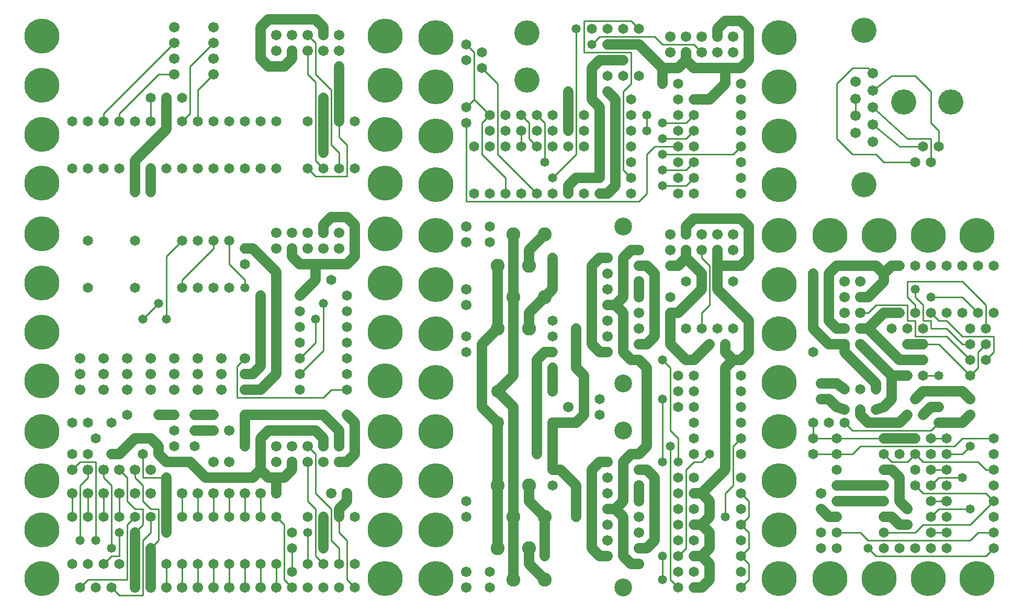
<source format=gbl>
%MOIN*%
%FSLAX25Y25*%
G04 D10 used for Character Trace; *
G04     Circle (OD=.01000) (No hole)*
G04 D11 used for Power Trace; *
G04     Circle (OD=.06500) (No hole)*
G04 D12 used for Signal Trace; *
G04     Circle (OD=.01100) (No hole)*
G04 D13 used for Via; *
G04     Circle (OD=.05800) (Round. Hole ID=.02800)*
G04 D14 used for Component hole; *
G04     Circle (OD=.06500) (Round. Hole ID=.03500)*
G04 D15 used for Component hole; *
G04     Circle (OD=.06700) (Round. Hole ID=.04300)*
G04 D16 used for Component hole; *
G04     Circle (OD=.08100) (Round. Hole ID=.05100)*
G04 D17 used for Component hole; *
G04     Circle (OD=.08900) (Round. Hole ID=.05900)*
G04 D18 used for Component hole; *
G04     Circle (OD=.11300) (Round. Hole ID=.08300)*
G04 D19 used for Component hole; *
G04     Circle (OD=.16000) (Round. Hole ID=.13000)*
G04 D20 used for Component hole; *
G04     Circle (OD=.18300) (Round. Hole ID=.15300)*
G04 D21 used for Component hole; *
G04     Circle (OD=.22291) (Round. Hole ID=.19291)*
%ADD10C,.01000*%
%ADD11C,.06500*%
%ADD12C,.01100*%
%ADD13C,.05800*%
%ADD14C,.06500*%
%ADD15C,.06700*%
%ADD16C,.08100*%
%ADD17C,.08900*%
%ADD18C,.11300*%
%ADD19C,.16000*%
%ADD20C,.18300*%
%ADD21C,.22291*%
%IPPOS*%
%LPD*%
G90*X0Y0D02*D21*X15625Y15625D03*D14*              
X35000Y25000D03*D13*X40000Y40000D03*D12*Y75000D01*
X45000Y80000D01*Y85000D01*D15*D03*D12*            
X40000Y90000D02*X50000D01*X35000Y85000D02*        
X40000Y90000D01*D15*X35000Y85000D03*D14*          
X45000Y95000D03*X35000D03*D15*Y70000D03*D12*      
Y55000D01*D14*D03*X45000D03*D12*Y70000D01*D15*D03*
D12*X55000Y85000D02*Y80000D01*D15*Y85000D03*D12*  
X50000Y90000D02*Y40000D01*D13*D03*D12*            
X55000Y25000D02*X60000Y30000D01*D14*              
X55000Y25000D03*D12*X60000Y30000D02*X65000D01*    
Y45000D01*D13*D03*D12*X70000Y50000D02*Y15000D01*  
X45000D01*X40000Y10000D01*D14*D03*X50000D03*      
X45000Y25000D03*X60000Y10000D03*D12*              
X65000Y5000D01*X80000D01*Y40000D01*               
X85000Y45000D01*Y55000D01*D14*D03*D12*Y60000D02*  
X90000D01*X80000Y65000D02*X85000Y60000D01*        
X80000Y75000D02*Y65000D01*X75000Y80000D02*        
X80000Y75000D01*X75000Y85000D02*Y80000D01*D15*    
Y85000D03*D12*X80000Y95000D02*Y80000D01*D14*      
Y95000D03*D11*X75000Y105000D02*X85000D01*         
X65000Y95000D02*X75000Y105000D01*X60000Y95000D02* 
X65000D01*D14*X60000D03*X50000Y105000D03*D15*     
X65000Y85000D03*D12*X70000Y80000D01*Y65000D01*    
X75000Y60000D01*X80000D01*Y50000D01*              
X75000Y45000D01*D13*D03*D11*Y25000D01*D14*D03*D11*
Y10000D01*D15*D03*X85000D03*D11*Y25000D01*D14*D03*
D11*Y35000D01*D13*D03*D12*X90000Y40000D01*        
Y60000D01*D14*X95000Y55000D03*D11*Y70000D01*D15*  
D03*D11*Y80000D01*D14*D03*D12*X80000D01*D15*      
X85000Y85000D03*X75000Y70000D03*X85000D03*D11*    
X90000Y100000D02*Y95000D01*X85000Y105000D02*      
X90000Y100000D01*Y95000D02*X95000Y90000D01*       
X110000D01*X120000Y80000D01*X150000D01*           
X155000Y85000D01*Y105000D01*X160000Y110000D01*    
X190000D01*X195000Y105000D01*Y100000D01*D15*D03*  
D12*X185000D02*X190000Y95000D01*D15*              
X185000Y100000D03*D12*X190000Y95000D02*Y70000D01* 
X200000Y60000D01*Y40000D01*X205000Y35000D01*      
Y25000D01*D14*D03*D13*X195000Y35000D03*D11*       
Y55000D01*D14*D03*D12*X185000Y65000D02*           
X190000Y60000D01*X185000Y90000D02*Y65000D01*D15*  
Y90000D03*X175000Y100000D03*X195000Y90000D03*     
X175000D03*D11*Y85000D01*X170000Y80000D01*        
X165000D01*X160000D01*X155000Y85000D01*           
X165000Y80000D02*Y70000D01*D15*D03*X155000D03*D12*
Y55000D01*D14*D03*X165000D03*D12*X170000Y50000D01*
Y15000D01*X175000Y10000D01*D14*D03*X185000D03*    
X175000Y20000D03*D12*Y35000D01*D14*D03*           
X185000Y25000D03*D12*Y45000D01*D13*D03*D14*       
Y55000D03*X175000Y45000D03*D12*X190000Y60000D02*  
Y30000D01*X195000Y25000D01*D14*D03*D12*           
X205000Y45000D02*X210000Y40000D01*                
X205000Y55000D02*Y45000D01*D14*Y55000D03*D11*     
Y60000D01*X210000Y65000D01*Y70000D01*D15*D03*     
X200000D03*D14*X215000Y55000D03*D11*              
X205000Y90000D02*X210000D01*D15*X205000D03*D11*   
X210000D02*X215000Y95000D01*Y115000D01*           
X210000Y120000D01*D13*D03*D11*X195000D02*         
X205000Y110000D01*X145000Y120000D02*X195000D01*   
D14*X145000D03*D11*Y100000D01*D13*D03*D15*        
X135000Y110000D03*Y90000D03*D14*X125000Y120000D03*
D11*X113000D01*D14*D03*X100000Y110000D03*         
Y120000D03*D11*X90000D01*D14*D03*                 
X113000Y100000D03*Y110000D03*D11*X125000D01*D15*  
D03*Y90000D03*D14*X100000Y100000D03*D15*          
X165000Y90000D03*X105000Y70000D03*D12*Y55000D01*  
D14*D03*D13*X95000Y45000D03*D11*Y55000D01*D14*    
X115000D03*D12*Y70000D01*D15*D03*X125000D03*D12*  
Y55000D01*D14*D03*X135000D03*D12*Y70000D01*D15*   
D03*X145000D03*D12*Y55000D01*D14*D03*             
X115000Y25000D03*D12*Y10000D01*D15*D03*X125000D03*
D12*Y25000D01*D14*D03*X135000D03*D12*Y10000D01*   
D15*D03*X145000D03*D12*Y25000D01*D14*D03*         
X155000D03*D12*Y10000D01*D15*D03*X165000D03*D12*  
Y25000D01*D14*D03*X195000Y10000D03*X205000D03*D12*
X210000Y40000D02*Y15000D01*D14*X215000Y25000D03*  
D21*X234375Y15625D03*D12*X210000Y15000D02*        
X215000Y10000D01*D14*D03*D21*X234375Y46875D03*    
Y78125D03*D15*X205000Y100000D03*D11*Y110000D01*   
D21*X234375Y109375D03*D15*X165000Y100000D03*      
X105000Y10000D03*D12*Y25000D01*D14*D03*X95000D03* 
D12*Y10000D01*D15*D03*D14*X65000Y25000D03*D13*    
X60000Y35000D03*D12*Y75000D01*X55000Y80000D01*D15*
X65000Y70000D03*D12*Y55000D01*D14*D03*D12*        
X70000Y50000D02*X75000Y55000D01*D14*D03*D15*      
X55000Y70000D03*D12*Y55000D01*D14*D03*D21*        
X15625Y78125D03*Y46875D03*Y109375D03*D14*         
X60000Y115000D03*X45000D03*X35000D03*             
X70000Y120000D03*G90*X0Y1000D02*D15*              
X130000Y136000D03*X115000D03*X100000D03*X85000D03*
X70000D03*X55000D03*X40000D03*D21*                
X15625Y141625D03*D12*X140000Y151000D02*Y131000D01*
Y151000D02*X145000Y156000D01*D15*D03*D11*         
X150000Y146000D02*X155000Y151000D01*              
X145000Y146000D02*X150000D01*D15*X145000D03*D11*  
Y136000D02*X155000D01*D15*X145000D03*D12*         
X140000Y131000D02*X195000D01*X200000Y136000D01*   
X210000D01*D14*D03*Y146000D03*Y156000D03*D21*     
X234375Y141625D03*D12*X180000Y146000D02*          
X195000Y161000D01*D14*X180000Y146000D03*          
Y156000D03*D12*X190000Y166000D01*Y181000D01*D13*  
D03*X195000Y191000D03*D12*Y161000D01*D14*         
X210000Y176000D03*X180000D03*Y166000D03*          
X210000D03*Y186000D03*X180000Y136000D03*          
Y186000D03*D11*X155000Y136000D02*                 
X165000Y146000D01*Y211000D01*X150000Y226000D01*   
X145000D01*D14*D03*D12*X135000Y231000D02*         
Y216000D01*D14*Y231000D03*X125000D03*D12*         
Y226000D01*X105000Y206000D01*Y201000D01*D14*D03*  
X115000D03*D13*X90000Y191000D03*D12*              
X80000Y181000D01*D13*D03*X95000D03*D12*Y221000D01*
X105000Y231000D01*D14*D03*X115000D03*             
X135000Y201000D03*X75000D03*D12*X135000Y216000D02*
X145000Y206000D01*Y201000D01*D13*D03*             
X155000Y196000D03*D11*Y151000D01*D15*             
X130000Y156000D03*Y146000D03*X115000Y156000D03*   
Y146000D03*D14*X180000Y196000D03*D11*             
X190000Y206000D01*D14*D03*D11*Y216000D01*         
X180000D01*X175000Y221000D01*Y226000D01*D15*D03*  
X185000Y236000D03*X165000D03*X185000Y226000D03*   
X175000Y236000D03*X165000Y226000D03*D11*          
X190000Y216000D02*X210000D01*X215000Y221000D01*   
Y241000D01*X210000Y246000D01*X200000D01*          
X195000Y241000D01*Y236000D01*D15*D03*             
X205000Y226000D03*Y236000D03*X195000Y226000D03*   
D14*X200000Y206000D03*D21*X234375Y204125D03*      
Y235375D03*D14*X210000Y196000D03*                 
X145000Y216000D03*D21*X234375Y172875D03*D14*      
X125000Y201000D03*D15*X100000Y156000D03*          
Y146000D03*X85000Y156000D03*Y146000D03*D14*       
X75000Y231000D03*D15*X70000Y156000D03*Y146000D03* 
X55000Y156000D03*Y146000D03*D14*X45000Y231000D03* 
Y201000D03*D15*X40000Y156000D03*Y146000D03*D21*   
X15625Y235375D03*Y204125D03*Y172875D03*G90*       
X0Y2000D02*D14*X85000Y262000D03*D11*Y277000D01*   
D14*D03*D11*X75000Y282000D02*Y277000D01*D14*D03*  
D11*Y262000D01*D14*D03*X65000Y277000D03*X55000D03*
D11*X75000Y282000D02*X95000Y302000D01*Y307000D01* 
D14*D03*D11*Y322000D01*D14*D03*X105000D03*        
X85000D03*D12*Y307000D01*D14*D03*X75000D03*D12*   
X65000Y312000D02*Y307000D01*D14*D03*D12*          
Y312000D02*X90000Y337000D01*X100000D01*D15*D03*   
Y347000D03*D12*X110000Y342000D02*Y312000D01*      
X105000Y307000D01*D14*D03*X115000D03*D12*         
Y327000D01*X125000Y337000D01*D15*D03*Y347000D03*  
D12*X110000Y342000D02*X125000Y357000D01*D15*D03*  
Y367000D03*X100000D03*Y357000D03*D12*             
X55000Y312000D01*Y307000D01*D14*D03*X45000D03*    
X35000D03*Y277000D03*X45000D03*D21*               
X15625Y267625D03*D14*X95000Y277000D03*D21*        
X15625Y330125D03*Y298875D03*D14*X105000Y277000D03*
D21*X15625Y361375D03*D14*X115000Y277000D03*       
X125000D03*Y307000D03*X135000Y277000D03*          
Y307000D03*X145000Y277000D03*Y307000D03*          
X155000Y277000D03*Y307000D03*D11*Y367000D02*      
Y347000D01*Y367000D02*X160000Y372000D01*          
X190000D01*X195000Y367000D01*Y362000D01*D15*D03*  
D12*X185000D02*X190000Y357000D01*D15*             
X185000Y362000D03*D12*X190000Y357000D02*          
Y337000D01*X200000Y327000D01*Y292000D01*          
X205000Y287000D01*Y277000D01*D14*D03*D12*         
X190000Y272000D02*X210000D01*X185000Y277000D02*   
X190000Y272000D01*D14*X185000Y277000D03*D12*      
X190000Y332000D02*Y282000D01*X185000Y337000D02*   
X190000Y332000D01*X185000Y352000D02*Y337000D01*   
D15*Y352000D03*X175000Y362000D03*                 
X195000Y352000D03*X175000D03*D11*Y347000D01*      
X170000Y342000D01*X160000D01*X155000Y347000D01*   
D15*X165000Y352000D03*Y362000D03*D14*             
X195000Y307000D03*D11*Y322000D01*D14*D03*         
X205000D03*D11*Y342000D01*D13*D03*D15*Y352000D03* 
Y362000D03*D11*Y322000D02*Y307000D01*D14*D03*D12* 
Y297000D01*X210000Y292000D01*Y272000D01*D14*      
X215000Y277000D03*D13*X195000Y287000D03*D11*      
Y307000D01*D14*X185000D03*X215000D03*D12*         
X190000Y282000D02*X195000Y277000D01*D14*D03*      
X165000Y307000D03*Y277000D03*D21*                 
X234375Y267625D03*Y298875D03*Y330125D03*          
Y361375D03*G90*X1000Y0D02*X266625Y15625D03*       
Y46875D03*Y78125D03*Y109375D03*Y140625D03*        
Y171875D03*Y203125D03*Y234375D03*D15*             
X286000Y10000D03*Y20000D03*D14*Y55000D03*         
Y65000D03*Y160000D03*Y170000D03*D15*Y190000D03*   
Y200000D03*Y230000D03*Y240000D03*D11*             
X296000Y165000D02*Y125000D01*Y165000D02*          
X306000Y175000D01*D17*D03*D11*Y215000D01*D17*D03* 
D14*X301000Y230000D03*D17*X316000Y235000D03*D11*  
Y195000D01*D17*D03*D11*Y145000D01*                
X306000Y135000D01*D16*D03*D11*X316000Y125000D01*  
Y55000D01*D17*D03*D11*Y15000D01*D17*D03*D11*      
X326000Y35000D02*Y25000D01*D17*Y35000D03*D13*     
X336000Y30000D03*D11*Y55000D01*D17*D03*D11*       
X326000Y65000D01*Y75000D01*D17*D03*D14*X341000D03*
Y85000D03*D11*Y95000D01*D14*D03*D11*Y115000D01*   
D15*D03*D11*X356000D01*X361000Y120000D01*D14*D03* 
D11*Y130000D01*D14*D03*D11*Y145000D01*            
X356000Y150000D01*Y175000D01*D13*D03*D11*         
X366000Y215000D02*Y165000D01*Y215000D02*          
X371000Y220000D01*X376000D01*D15*D03*D11*         
X386000D02*Y195000D01*X381000Y190000D01*          
X376000D01*D15*D03*D11*X381000D02*                
X386000Y185000D01*Y160000D01*X391000Y155000D01*   
X396000D01*D15*D03*D11*X401000Y150000D01*         
Y125000D01*D13*D03*D11*Y100000D01*                
X396000Y95000D01*D15*D03*D11*X391000D01*          
X386000Y90000D01*Y65000D01*X381000Y60000D01*      
X376000D01*D15*D03*D11*X381000D02*                
X386000Y55000D01*Y30000D01*X391000Y25000D01*      
X396000D01*D15*D03*D11*Y35000D02*X401000D01*D15*  
X396000D03*D11*X401000D02*X406000Y40000D01*       
Y80000D01*X401000Y85000D01*X396000D01*D15*D03*    
Y75000D03*D11*Y65000D01*D15*D03*Y55000D03*        
X376000Y80000D03*Y70000D03*X396000Y45000D03*      
X376000Y50000D03*D14*X421000Y40000D03*D13*        
Y90000D03*D12*Y105000D01*X416000Y110000D01*       
Y150000D01*X411000Y155000D01*D13*D03*D14*         
X421000Y145000D03*D11*X396000Y165000D02*          
X401000D01*D15*X396000D03*D11*X401000D02*         
X406000Y170000D01*Y210000D01*X401000Y215000D01*   
X396000D01*D15*D03*D11*X386000Y220000D02*         
X391000Y225000D01*X396000D01*D15*D03*D18*         
X386000Y240000D03*D13*X416000Y215000D03*D11*      
X421000D01*X426000Y220000D01*Y225000D01*D15*D03*  
D11*Y220000D02*X436000Y210000D01*Y205000D01*D14*  
D03*D11*Y200000D01*X421000Y185000D01*X416000D01*  
D14*D03*D11*Y165000D01*X426000Y155000D01*         
X431000D01*D14*D03*D11*X441000Y165000D01*D14*D03* 
D11*X451000D02*Y160000D01*D14*Y165000D03*D11*     
Y160000D02*X456000Y155000D01*X451000Y150000D01*   
Y85000D01*X436000Y70000D01*X431000D01*D14*D03*D11*
X436000D02*X441000Y65000D01*Y55000D01*            
X436000Y50000D01*X431000D01*D14*D03*D11*          
X436000D02*X441000Y45000D01*Y35000D01*            
X436000Y30000D01*X431000D01*D14*D03*D12*          
X421000D02*X426000Y35000D01*D14*X421000Y30000D03* 
D12*X426000Y85000D02*Y35000D01*Y85000D02*         
X431000Y90000D01*X436000D01*X441000Y95000D01*D13* 
D03*D14*X431000Y105000D03*Y95000D03*Y80000D03*D12*
X456000Y100000D02*Y75000D01*X451000Y70000D01*     
Y55000D01*D13*D03*D14*X461000Y50000D03*D12*       
X466000Y45000D01*Y35000D01*X461000Y30000D01*D14*  
D03*D12*X466000Y25000D01*Y15000D01*               
X461000Y10000D01*D14*D03*Y20000D03*D11*           
X436000Y30000D02*X441000Y25000D01*Y15000D01*      
X436000Y10000D01*X431000D01*D14*D03*              
X421000Y20000D03*X431000D03*X421000Y10000D03*D12* 
X416000Y15000D01*Y100000D01*D13*D03*              
X411000Y90000D03*D12*Y130000D01*D13*D03*D14*      
X421000Y125000D03*Y135000D03*X431000Y115000D03*   
Y125000D03*Y135000D03*Y145000D03*D18*             
X386000Y140000D03*Y110000D03*D15*                 
X376000Y160000D03*D11*X371000D01*                 
X366000Y165000D01*D15*X376000Y170000D03*          
Y180000D03*D14*X341000D03*Y170000D03*Y160000D03*  
D11*X336000D01*X331000Y155000D01*Y125000D01*D13*  
D03*D11*Y95000D01*D14*D03*D11*X341000Y85000D02*   
X346000D01*X356000Y75000D01*Y55000D01*D13*D03*D15*
X376000Y40000D03*D11*X366000Y85000D02*Y35000D01*  
Y85000D02*X371000Y90000D01*X376000D01*D15*D03*D14*
X371000Y120000D03*D15*X351000Y125000D03*D14*      
X371000Y130000D03*X421000Y50000D03*Y60000D03*     
Y70000D03*Y80000D03*D15*X341000Y135000D03*D11*    
Y150000D01*D14*D03*D17*X326000Y175000D03*D11*     
Y185000D01*X336000Y195000D01*D17*D03*D11*         
X341000Y200000D01*Y220000D01*D13*D03*D11*         
X326000Y225000D02*Y215000D01*D17*D03*D11*         
Y225000D02*X336000Y235000D01*D17*D03*D14*         
X301000Y240000D03*D15*X376000Y200000D03*          
Y210000D03*X396000Y175000D03*Y185000D03*          
Y195000D03*D11*Y205000D01*D15*D03*                
X416000Y225000D03*D14*Y195000D03*                 
X426000Y175000D03*D15*Y235000D03*D11*Y240000D01*  
X431000Y245000D01*X461000D01*X466000Y240000D01*   
Y220000D01*X461000Y215000D01*X446000D01*          
Y225000D01*D15*D03*X456000Y235000D03*X436000D03*  
D12*Y220000D02*X441000Y215000D01*                 
X436000Y225000D02*Y220000D01*D15*Y225000D03*D11*  
X446000Y215000D02*Y205000D01*D14*D03*D11*         
Y200000D01*X466000Y180000D01*Y160000D01*          
X461000Y155000D01*D14*D03*D11*X456000D01*D14*     
X461000Y145000D03*X436000Y175000D03*D12*          
Y185000D01*X441000Y190000D01*Y215000D01*D14*      
X456000Y205000D03*D15*Y225000D03*D14*             
X426000Y205000D03*D15*X446000Y235000D03*          
X416000D03*D14*X446000Y175000D03*X456000D03*D21*  
X485375Y171875D03*Y203125D03*Y234375D03*          
Y140625D03*D14*X461000Y135000D03*Y125000D03*      
Y115000D03*D21*X485375Y109375D03*D14*             
X461000Y105000D03*D12*X456000Y100000D01*D14*      
X461000Y95000D03*Y80000D03*D21*X485375Y78125D03*  
D14*X461000Y70000D03*D12*X466000Y65000D01*        
Y55000D01*X461000Y50000D01*D14*Y60000D03*         
Y40000D03*D21*X485375Y46875D03*D14*               
X431000Y60000D03*Y40000D03*D21*X485375Y15625D03*  
D13*X411000Y30000D03*D12*Y15000D01*D13*D03*D18*   
X386000Y10000D03*D15*X376000Y30000D03*D11*        
X371000D01*X366000Y35000D01*D17*X336000Y15000D03* 
D11*X326000Y25000D01*D17*X306000Y35000D03*D11*    
Y75000D01*D17*D03*D11*Y115000D01*D16*D03*D11*     
X296000Y125000D01*D14*X301000Y20000D03*Y10000D03* 
G90*X1000Y1000D02*D21*X266625Y266625D03*D12*      
X286000Y306000D02*Y256000D01*D14*Y306000D03*D12*  
X296000D02*Y286000D01*X311000Y271000D01*          
Y261000D01*D14*D03*X321000D03*X301000D03*         
X331000D03*D12*X306000Y286000D01*Y331000D01*      
X296000Y341000D01*D14*D03*X286000Y346000D03*      
X296000Y351000D03*D12*X286000Y356000D02*          
X291000Y351000D01*D14*X286000Y356000D03*D12*      
X291000Y351000D02*Y321000D01*X286000Y316000D01*   
D14*D03*D12*X291000Y321000D02*X301000Y311000D01*  
D14*D03*D12*X296000Y306000D01*D14*                
X301000Y301000D03*X311000Y291000D03*Y301000D03*   
X291000Y291000D03*X311000Y311000D03*              
X301000Y291000D03*X321000D03*D12*Y301000D01*D14*  
D03*D12*X326000Y306000D02*Y296000D01*             
X321000Y311000D02*X326000Y306000D01*D14*          
X321000Y311000D03*X331000Y301000D03*Y311000D03*   
D12*X336000Y306000D01*Y281000D01*D13*D03*D14*     
X341000Y291000D03*X331000D03*D12*                 
X326000Y296000D01*D14*X341000Y311000D03*          
Y301000D03*X351000Y291000D03*Y301000D03*D11*      
Y311000D01*D14*D03*D11*Y326000D01*D13*D03*D11*    
X366000Y341000D02*Y336000D01*D14*D03*D11*         
Y326000D01*D14*D03*D11*Y321000D01*                
X371000Y316000D01*Y271000D01*D14*D03*D11*         
X356000D01*X351000Y266000D01*Y261000D01*D14*D03*  
D13*X341000Y271000D03*D12*X356000Y286000D01*      
Y366000D01*D13*D03*D12*X361000Y371000D02*         
Y351000D01*X391000D01*Y331000D01*                 
X386000Y326000D01*Y276000D01*X391000Y271000D01*   
D14*D03*D12*X396000Y256000D02*X401000Y261000D01*  
X286000Y256000D02*X396000D01*D14*                 
X291000Y261000D03*D21*X266625Y297875D03*D14*      
X341000Y261000D03*X361000D03*D21*                 
X266625Y329125D03*D14*X361000Y291000D03*          
Y301000D03*Y311000D03*D19*X324500Y333500D03*D11*  
X366000Y341000D02*X371000Y346000D01*X386000D01*   
D13*D03*D14*X396000Y336000D03*D11*                
X376000Y356000D02*X396000D01*D13*X376000D03*D12*  
X366000D02*X371000Y361000D01*D13*                 
X366000Y356000D03*D12*X371000Y361000D02*          
X406000D01*X411000Y356000D01*X431000D01*          
X436000Y351000D01*D15*D03*X446000Y361000D03*D11*  
Y366000D01*X451000Y371000D01*X461000D01*          
X466000Y366000D01*Y346000D01*X461000Y341000D01*   
X451000D01*X431000D01*X426000Y346000D01*          
X421000Y341000D01*X411000D01*X396000Y356000D01*   
D14*X386000Y366000D03*X396000D03*D12*             
X391000Y371000D01*X361000D01*D14*                 
X366000Y366000D03*X376000D03*D19*                 
X324500Y363500D03*D14*X376000Y336000D03*          
X386000D03*X376000Y326000D03*D11*                 
X381000Y321000D01*Y266000D01*X376000Y261000D01*   
X371000D01*D14*D03*X391000Y281000D03*Y261000D03*  
Y291000D03*D12*X401000Y286000D02*Y261000D01*      
Y286000D02*X406000Y291000D01*X421000D01*D14*D03*  
D12*X411000Y296000D02*X426000D01*D13*X411000D03*  
X401000Y301000D03*D12*Y311000D01*D13*D03*D14*     
X391000Y321000D03*Y301000D03*D13*                 
X411000Y306000D03*D12*X426000D01*                 
X431000Y311000D01*D14*D03*D11*Y321000D02*         
X441000D01*D14*X431000D03*X421000Y331000D03*      
Y311000D03*D11*X441000Y321000D02*                 
X451000Y331000D01*D14*D03*D11*Y341000D01*D14*     
X461000Y331000D03*D15*X456000Y351000D03*          
X446000D03*X456000Y361000D03*D14*                 
X461000Y321000D03*D15*X436000Y361000D03*          
X426000D03*Y351000D03*D11*Y346000D01*D15*         
X416000Y351000D03*D14*X411000Y331000D03*D11*      
Y341000D01*D15*X416000Y361000D03*D14*             
X421000Y321000D03*X391000Y311000D03*              
X421000Y301000D03*X431000D03*D12*                 
X426000Y296000D01*D14*X431000Y291000D03*          
X421000Y281000D03*X431000D03*D12*                 
X426000Y276000D01*X411000D01*D13*D03*D14*         
X421000Y271000D03*D13*X411000Y286000D03*D12*      
X456000D01*X461000Y291000D01*D14*D03*Y301000D03*  
Y281000D03*Y311000D03*Y271000D03*D21*             
X485375Y266625D03*Y297875D03*D14*                 
X431000Y261000D03*X461000D03*X431000Y271000D03*   
D12*X426000Y266000D01*X411000D01*D13*D03*D14*     
X421000Y261000D03*D21*X485375Y329125D03*          
Y360375D03*X266625D03*G90*X2000Y0D02*D14*         
X507000Y95000D03*D12*X522000D01*D14*D03*D12*      
X532000D01*X537000Y100000D01*X597000D01*          
X602000Y105000D01*X622000D01*D14*D03*Y95000D03*   
D15*X607000Y120000D03*D11*X602000Y115000D01*      
X587000D01*D14*D03*D12*X582000Y110000D01*         
X532000D01*X527000Y115000D01*D14*D03*             
X537000Y123500D03*D11*Y120000D01*                 
X542000Y115000D01*X562000D01*X567000Y120000D01*   
D14*D03*D11*X552000Y125000D02*X557000Y130000D01*  
X547000Y123500D02*X552000Y125000D01*D14*          
X547000Y123500D03*X537000Y136500D03*X547000D03*   
D11*Y140000D01*X527000Y160000D01*Y165000D01*D15*  
D03*D11*X517000D01*X507000Y175000D01*Y210000D01*  
D13*D03*D11*X517000Y180000D02*Y210000D01*         
X522000Y175000D02*X517000Y180000D01*              
X522000Y175000D02*X527000D01*D15*D03*             
X537000Y165000D03*D11*X557000Y145000D01*          
Y130000D01*D14*X567000Y145000D03*D11*X557000D01*  
D14*X567000Y155000D03*D11*X562000D01*             
X542000Y175000D01*X537000D01*D15*D03*D11*         
X542000D02*X552000Y185000D01*X562000D01*D14*D03*  
D12*X567000Y180000D02*X572000D01*Y170000D01*      
X592000D01*X607000Y155000D01*D14*D03*D12*         
Y145000D02*X612000Y150000D01*D14*                 
X607000Y145000D03*D12*X587000Y165000D01*          
X577000D01*D14*D03*D11*X567000D01*D14*D03*        
X577000Y155000D03*D11*X567000D01*D14*             
X577000Y145000D03*D12*X587000D01*D13*D03*D11*     
X572000Y130000D02*X577000Y135000D01*D14*          
X572000Y130000D03*D11*X577000Y135000D02*          
X587000D01*D14*D03*D11*X602000D01*                
X607000Y130000D01*D15*D03*D12*X612000Y150000D02*  
Y160000D01*X617000Y165000D01*D14*D03*D12*         
Y155000D02*X622000Y160000D01*D14*                 
X617000Y155000D03*D12*X622000Y160000D02*          
Y170000D01*X602000D01*X592000Y180000D01*          
X587000D01*X582000Y185000D01*D14*D03*D12*         
X577000Y180000D02*Y190000D01*Y180000D02*          
X582000D01*Y175000D01*X592000D01*                 
X602000Y165000D01*X607000D01*D14*D03*             
X617000Y175000D03*D12*Y190000D01*                 
X602000Y205000D01*X567000D01*Y195000D01*          
X572000Y190000D01*Y185000D01*D14*D03*D12*         
X577000Y190000D02*X572000Y195000D01*Y200000D01*   
D13*D03*X582000Y195000D03*D12*X602000D01*         
X612000Y185000D01*D14*D03*X607000Y175000D03*      
X622000Y185000D03*X602000D03*X592000D03*          
X582000Y215000D03*X622000D03*X612000D03*          
X602000D03*X592000D03*X577000Y175000D03*          
X572000Y215000D03*D12*X567000Y180000D02*          
Y190000D01*D14*Y175000D03*D12*X547000Y190000D02*  
X567000D01*X542000Y185000D02*X547000Y190000D01*   
X537000Y185000D02*X542000D01*D15*X537000D03*      
X527000Y195000D03*D11*X537000D02*X542000D01*D15*  
X537000D03*D11*X542000D02*X552000Y205000D01*      
Y210000D01*X557000Y215000D01*X562000D01*D14*D03*  
D11*X552000Y210000D02*X547000Y215000D01*          
X522000D01*X517000Y210000D01*D15*                 
X527000Y205000D03*X537000D03*D21*                 
X517625Y234375D03*D15*X527000Y185000D03*D21*      
X548875Y234375D03*D14*X557000Y175000D03*          
X507000Y160000D03*D21*X580125Y234375D03*D15*      
X512000Y140000D03*D11*X522000D01*                 
X527000Y136500D01*D14*D03*D11*X522000Y125000D02*  
X527000Y123500D01*D14*D03*D11*X522000Y125000D02*  
X517000Y130000D01*X512000D01*D15*D03*D14*         
X507000Y115000D03*D12*Y105000D01*D14*D03*D12*     
X522000D01*D14*D03*D12*X552000D01*D14*D03*D11*    
X562000D01*D14*D03*D11*X572000D01*D14*D03*        
X582000Y95000D03*X562000D03*X582000Y105000D03*D12*
X592000D01*D14*D03*D12*Y95000D02*X602000D01*D14*  
X592000D03*X582000Y85000D03*D12*X592000D01*D14*   
D03*D12*X582000Y75000D02*X587000Y80000D01*D14*    
X582000Y75000D03*D12*X587000Y80000D02*X602000D01* 
D13*D03*D12*X617000Y85000D02*X612000Y90000D01*    
X617000Y85000D02*X622000D01*D14*D03*D12*          
X577000Y90000D02*X612000D01*X577000D02*           
X572000Y95000D01*D14*D03*D12*X567000Y90000D01*    
X557000D01*X552000Y95000D01*D14*D03*Y85000D03*D11*
X557000D01*X562000Y80000D01*Y65000D01*            
X567000Y60000D01*D15*D03*D12*X572000Y45000D02*    
X577000Y50000D01*X552000Y45000D02*X572000D01*D14* 
X552000D03*X562000Y35000D03*D13*X542000D03*D12*   
X547000Y30000D01*X617000D01*X622000Y35000D01*D14* 
D03*D12*X607000Y40000D02*X612000Y45000D01*        
X542000Y40000D02*X607000D01*X542000D02*           
X537000Y45000D01*X522000D01*D14*D03*              
X512000Y35000D03*X522000Y55000D03*D11*X517000D01* 
X512000Y60000D01*D15*D03*D12*X517000Y55000D01*D14*
X522000Y65000D03*D11*X552000D01*D14*D03*D13*      
X542000Y75000D03*D11*X522000D01*D14*D03*Y85000D03*
D15*X512000Y70000D03*D11*X542000Y75000D02*        
X552000D01*D14*D03*X572000D03*D12*                
X577000Y70000D01*X617000D01*X622000Y65000D01*D14* 
D03*D12*X607000Y50000D01*X577000D01*D14*          
X582000Y45000D03*D12*X592000D01*D14*D03*          
X582000Y55000D03*D12*X587000Y60000D01*X607000D01* 
D13*D03*D14*X622000Y45000D03*D12*X612000D01*D14*  
X622000Y55000D03*D15*X592000Y65000D03*D12*        
X582000D01*D14*D03*X592000Y55000D03*Y75000D03*D15*
X567000Y50000D03*D11*X562000D01*X557000Y55000D01* 
X552000D01*D14*D03*X572000Y35000D03*X552000D03*   
X582000D03*X572000Y85000D03*X522000Y35000D03*D21* 
X517625Y15625D03*D14*X592000Y35000D03*D21*        
X548875Y15625D03*D14*X512000Y45000D03*D21*        
X580125Y15625D03*D12*X602000Y95000D02*            
X607000Y100000D01*D13*D03*D11*X577000Y120000D02*  
X582000Y125000D01*D14*X577000Y120000D03*D11*      
X582000Y125000D02*X587000D01*D14*D03*             
X622000Y75000D03*X517000Y115000D03*D21*           
X611375Y234375D03*Y15625D03*G90*X2000Y1000D02*D12*
X532000Y286000D02*X522000Y296000D01*              
X532000Y286000D02*X547000D01*X552000Y281000D01*   
X572000D01*D14*D03*D12*X562000Y291000D02*         
X577000D01*D14*D03*D12*X582000Y281000D02*         
Y296000D01*D14*Y281000D03*X587000Y291000D03*D12*  
Y301000D01*X582000Y306000D01*Y326000D01*          
X572000Y336000D01*X557000D01*X545100Y326900D01*   
D15*D03*Y337800D03*D12*X542000Y341000D01*         
X532000D01*X522000Y331000D01*Y296000D01*D15*      
X533800Y299700D03*Y310600D03*D12*Y321400D01*D15*  
D03*Y332300D03*X545100Y305100D03*D12*             
X562000Y291000D01*X567000Y296000D02*X582000D01*   
X567000D02*X545100Y316000D01*D15*D03*Y294200D03*  
D19*X564500Y319500D03*X594500D03*                 
X539400Y266800D03*Y365200D03*M02*                 

</source>
